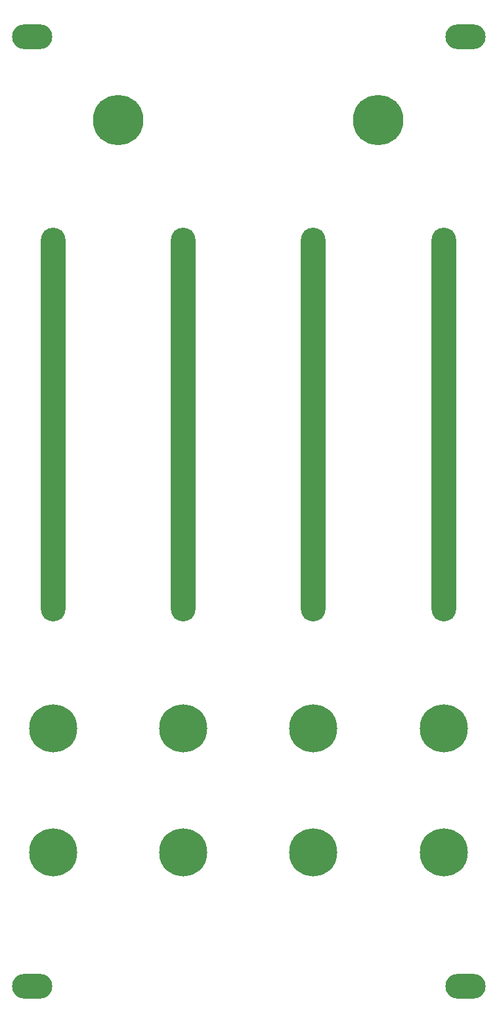
<source format=gbs>
G04 #@! TF.GenerationSoftware,KiCad,Pcbnew,7.0.7*
G04 #@! TF.CreationDate,2025-11-09T15:54:12+08:00*
G04 #@! TF.ProjectId,3340_VCO_PANEL,33333430-5f56-4434-9f5f-50414e454c2e,rev?*
G04 #@! TF.SameCoordinates,Original*
G04 #@! TF.FileFunction,Soldermask,Bot*
G04 #@! TF.FilePolarity,Negative*
%FSLAX46Y46*%
G04 Gerber Fmt 4.6, Leading zero omitted, Abs format (unit mm)*
G04 Created by KiCad (PCBNEW 7.0.7) date 2025-11-09 15:54:12*
%MOMM*%
%LPD*%
G01*
G04 APERTURE LIST*
%ADD10C,6.200000*%
%ADD11C,6.500000*%
%ADD12O,3.200000X50.800000*%
%ADD13O,5.200000X3.200000*%
G04 APERTURE END LIST*
D10*
X74830000Y-144000000D03*
X91610000Y-144000000D03*
X125170000Y-144000000D03*
X108390000Y-144000000D03*
X91610000Y-128000000D03*
X108390000Y-128000000D03*
X125170000Y-128000000D03*
X74830000Y-128000000D03*
D11*
X116780000Y-49500000D03*
X83220000Y-49500000D03*
D12*
X91610000Y-88750000D03*
X125170000Y-88750000D03*
X74830000Y-88750000D03*
X108390000Y-88750000D03*
D13*
X72100000Y-161250000D03*
X127980000Y-38750000D03*
X127980000Y-161250000D03*
X72100000Y-38750000D03*
M02*

</source>
